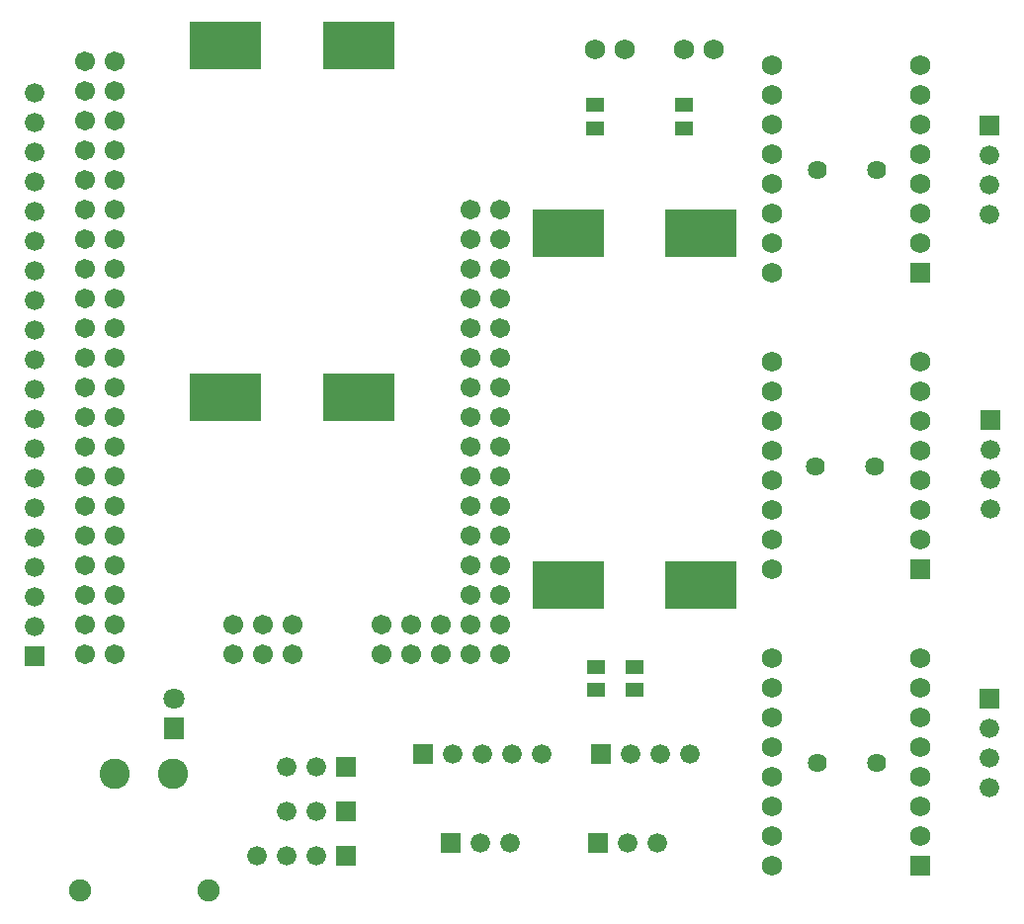
<source format=gbs>
G04 Layer: BottomSolderMaskLayer*
G04 EasyEDA v6.5.54, 2026-02-03 19:04:38*
G04 9173210c2a1045c2b90a711feb310df5,b3696df828ae431383eed25e92d68677,10*
G04 Gerber Generator version 0.2*
G04 Scale: 100 percent, Rotated: No, Reflected: No *
G04 Dimensions in millimeters *
G04 leading zeros omitted , absolute positions ,4 integer and 5 decimal *
%FSLAX45Y45*%
%MOMM*%

%AMMACRO1*4,1,8,-0.7097,-0.6171,-0.7394,-0.5871,-0.7394,0.5874,-0.7097,0.6171,0.7094,0.6171,0.7394,0.5874,0.7394,-0.5871,0.7094,-0.6171,-0.7097,-0.6171,0*%
%AMMACRO2*4,1,8,-3.0211,-2.0508,-3.0508,-2.0208,-3.0508,2.0211,-3.0211,2.0508,3.0208,2.0508,3.0508,2.0211,3.0508,-2.0208,3.0208,-2.0508,-3.0211,-2.0508,0*%
%AMMACRO3*4,1,8,-0.8085,-0.8382,-0.8382,-0.8082,-0.8382,0.8085,-0.8085,0.8382,0.8082,0.8382,0.8382,0.8085,0.8382,-0.8082,0.8082,-0.8382,-0.8085,-0.8382,0*%
%AMMACRO4*4,1,8,-0.8042,-0.8636,-0.8636,-0.8039,-0.8636,0.8042,-0.8042,0.8636,0.8039,0.8636,0.8636,0.8042,0.8636,-0.8039,0.8039,-0.8636,-0.8042,-0.8636,0*%
%AMMACRO5*4,1,8,-0.8085,-0.9007,-0.8382,-0.8707,-0.8382,0.871,-0.8085,0.9007,0.8082,0.9007,0.8382,0.871,0.8382,-0.8707,0.8082,-0.9007,-0.8085,-0.9007,0*%
%ADD10C,1.6256*%
%ADD11MACRO1*%
%ADD12MACRO2*%
%ADD13C,1.6764*%
%ADD14MACRO3*%
%ADD15MACRO4*%
%ADD16C,0.0125*%
%ADD17C,1.7272*%
%ADD18C,2.6016*%
%ADD19C,1.9016*%
%ADD20MACRO5*%
%ADD21C,1.8016*%
%ADD22C,1.7526*%
%ADD23C,1.7016*%

%LPD*%
D10*
G01*
X11353800Y5168900D03*
G01*
X11861800Y5168900D03*
G01*
X11849100Y2628900D03*
G01*
X11341100Y2628900D03*
G01*
X11861800Y88900D03*
G01*
X11353800Y88900D03*
D11*
G01*
X9448800Y5526087D03*
G01*
X9448800Y5726112D03*
G01*
X9791700Y912812D03*
G01*
X9791700Y712787D03*
G01*
X9461500Y912812D03*
G01*
X9461500Y712787D03*
G01*
X10210800Y5526087D03*
G01*
X10210800Y5726112D03*
D12*
G01*
X10361726Y4626635D03*
G01*
X10361752Y1616633D03*
G01*
X9221749Y1616633D03*
G01*
X9221749Y4626635D03*
G01*
X6288023Y3221989D03*
G01*
X6287998Y6231991D03*
G01*
X7428001Y6231991D03*
G01*
X7428001Y3221989D03*
D13*
G01*
X4648200Y5829300D03*
G01*
X4648200Y5575300D03*
G01*
X4648200Y5321300D03*
G01*
X4648200Y5067300D03*
G01*
X4648200Y4813300D03*
G01*
X4648200Y4559300D03*
G01*
X4648200Y4305300D03*
G01*
X4648200Y4051300D03*
G01*
X4648200Y3797300D03*
G01*
X4648200Y3543300D03*
G01*
X4648200Y3289300D03*
G01*
X4648200Y3035300D03*
G01*
X4648200Y2781300D03*
G01*
X4648200Y2527300D03*
G01*
X4648200Y2273300D03*
G01*
X4648200Y2019300D03*
G01*
X4648200Y1765300D03*
G01*
X4648200Y1511300D03*
G01*
X4648200Y1257300D03*
D14*
G01*
X4648200Y1003300D03*
D13*
G01*
X8991600Y165100D03*
G01*
X8737600Y165100D03*
G01*
X8483600Y165100D03*
G01*
X8229600Y165100D03*
D14*
G01*
X7975600Y165100D03*
G01*
X9499600Y165100D03*
D13*
G01*
X9753600Y165100D03*
G01*
X10007600Y165100D03*
G01*
X10261600Y165100D03*
G01*
X9982200Y-596900D03*
G01*
X9728200Y-596900D03*
D14*
G01*
X9474200Y-596900D03*
D13*
G01*
X8724900Y-596900D03*
G01*
X8470900Y-596900D03*
D14*
G01*
X8216900Y-596900D03*
D13*
G01*
X6807200Y-330200D03*
G01*
X7061200Y-330200D03*
D14*
G01*
X7315200Y-330200D03*
D13*
G01*
X6807200Y50800D03*
G01*
X7061200Y50800D03*
D14*
G01*
X7315200Y50800D03*
G01*
X7315200Y-711200D03*
D13*
G01*
X7061200Y-711200D03*
G01*
X6807200Y-711200D03*
G01*
X6553200Y-711200D03*
D15*
G01*
X12238481Y-790702D03*
D17*
G01*
X12238481Y-536702D03*
G01*
X12238481Y-282702D03*
G01*
X12238481Y-28702D03*
G01*
X12238481Y225297D03*
G01*
X12238481Y479297D03*
G01*
X12238481Y733297D03*
G01*
X12238481Y987297D03*
G01*
X10968685Y987145D03*
G01*
X10968685Y733145D03*
G01*
X10968685Y479145D03*
G01*
X10968685Y225145D03*
G01*
X10968685Y-28854D03*
G01*
X10968685Y-282854D03*
G01*
X10968685Y-536854D03*
G01*
X10968685Y-790854D03*
D15*
G01*
X12238481Y4289297D03*
D17*
G01*
X12238481Y4543297D03*
G01*
X12238481Y4797297D03*
G01*
X12238481Y5051297D03*
G01*
X12238481Y5305297D03*
G01*
X12238481Y5559297D03*
G01*
X12238481Y5813297D03*
G01*
X12238481Y6067297D03*
G01*
X10968685Y6067145D03*
G01*
X10968685Y5813145D03*
G01*
X10968685Y5559145D03*
G01*
X10968685Y5305145D03*
G01*
X10968685Y5051145D03*
G01*
X10968685Y4797145D03*
G01*
X10968685Y4543145D03*
G01*
X10968685Y4289145D03*
D15*
G01*
X12238481Y1749297D03*
D17*
G01*
X12238481Y2003297D03*
G01*
X12238481Y2257297D03*
G01*
X12238481Y2511297D03*
G01*
X12238481Y2765297D03*
G01*
X12238481Y3019297D03*
G01*
X12238481Y3273297D03*
G01*
X12238481Y3527297D03*
G01*
X10968685Y3527145D03*
G01*
X10968685Y3273145D03*
G01*
X10968685Y3019145D03*
G01*
X10968685Y2765145D03*
G01*
X10968685Y2511145D03*
G01*
X10968685Y2257145D03*
G01*
X10968685Y2003145D03*
G01*
X10968685Y1749145D03*
D14*
G01*
X12827000Y635000D03*
D13*
G01*
X12827000Y381000D03*
G01*
X12827000Y127000D03*
G01*
X12827000Y-127000D03*
D18*
G01*
X5338013Y-8001D03*
G01*
X5837986Y-8001D03*
D19*
G01*
X6138011Y-1007998D03*
G01*
X5037988Y-1007998D03*
D14*
G01*
X12839700Y3022600D03*
D13*
G01*
X12839700Y2768600D03*
G01*
X12839700Y2514600D03*
G01*
X12839700Y2260600D03*
D14*
G01*
X12827000Y5549900D03*
D13*
G01*
X12827000Y5295900D03*
G01*
X12827000Y5041900D03*
G01*
X12827000Y4787900D03*
D20*
G01*
X5842000Y381000D03*
D21*
G01*
X5842000Y635000D03*
D22*
G01*
X9702800Y6197600D03*
G01*
X9448800Y6197600D03*
D23*
G01*
X5080000Y6096000D03*
G01*
X5080000Y5842000D03*
G01*
X5080000Y5588000D03*
G01*
X5080000Y5334000D03*
G01*
X5080000Y5080000D03*
G01*
X5080000Y4826000D03*
G01*
X5080000Y4572000D03*
G01*
X5080000Y4318000D03*
G01*
X5080000Y4064000D03*
G01*
X5080000Y3810000D03*
G01*
X5080000Y3556000D03*
G01*
X5080000Y3302000D03*
G01*
X5080000Y3048000D03*
G01*
X5080000Y2794000D03*
G01*
X5080000Y2540000D03*
G01*
X5080000Y2286000D03*
G01*
X5080000Y2032000D03*
G01*
X5080000Y1778000D03*
G01*
X5080000Y1524000D03*
G01*
X5080000Y1270000D03*
G01*
X5080000Y1016000D03*
G01*
X5334000Y1016000D03*
G01*
X5334000Y1270000D03*
G01*
X5334000Y1524000D03*
G01*
X5334000Y1778000D03*
G01*
X5334000Y2032000D03*
G01*
X5334000Y2286000D03*
G01*
X5334000Y2540000D03*
G01*
X5334000Y2794000D03*
G01*
X5334000Y3048000D03*
G01*
X5334000Y3302000D03*
G01*
X5334000Y3556000D03*
G01*
X5334000Y3810000D03*
G01*
X5334000Y4064000D03*
G01*
X5334000Y4318000D03*
G01*
X5334000Y4572000D03*
G01*
X5334000Y4826000D03*
G01*
X5334000Y5080000D03*
G01*
X5334000Y5334000D03*
G01*
X5334000Y5588000D03*
G01*
X5334000Y5842000D03*
G01*
X5334000Y6096000D03*
G01*
X6350000Y1016000D03*
G01*
X6604000Y1016000D03*
G01*
X6858000Y1016000D03*
G01*
X6858000Y1270000D03*
G01*
X6604000Y1270000D03*
G01*
X6350000Y1270000D03*
G01*
X8382000Y4826000D03*
G01*
X8382000Y4572000D03*
G01*
X8382000Y4318000D03*
G01*
X8382000Y4064000D03*
G01*
X8382000Y3810000D03*
G01*
X8382000Y3556000D03*
G01*
X8382000Y3302000D03*
G01*
X8382000Y3048000D03*
G01*
X8382000Y2794000D03*
G01*
X8382000Y2540000D03*
G01*
X8382000Y2286000D03*
G01*
X8382000Y2032000D03*
G01*
X8382000Y1778000D03*
G01*
X8382000Y1524000D03*
G01*
X8382000Y1270000D03*
G01*
X8382000Y1016000D03*
G01*
X8636000Y1016000D03*
G01*
X8636000Y1270000D03*
G01*
X8636000Y1524000D03*
G01*
X8636000Y1778000D03*
G01*
X8636000Y2032000D03*
G01*
X8636000Y2286000D03*
G01*
X8636000Y2540000D03*
G01*
X8636000Y2794000D03*
G01*
X8636000Y3048000D03*
G01*
X8636000Y3302000D03*
G01*
X8636000Y3556000D03*
G01*
X8636000Y3810000D03*
G01*
X8636000Y4064000D03*
G01*
X8636000Y4318000D03*
G01*
X8636000Y4572000D03*
G01*
X8636000Y4826000D03*
G01*
X8128000Y1016000D03*
G01*
X7874000Y1016000D03*
G01*
X7620000Y1016000D03*
G01*
X7620000Y1270000D03*
G01*
X7874000Y1270000D03*
G01*
X8128000Y1270000D03*
D22*
G01*
X10464800Y6197600D03*
G01*
X10210800Y6197600D03*
M02*

</source>
